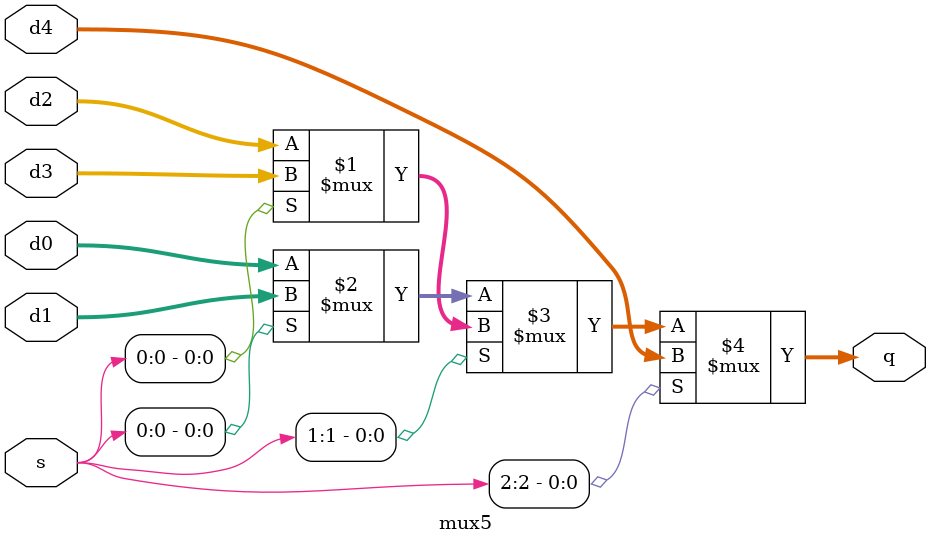
<source format=sv>
module mux5 #(
    parameter WIDTH = 8
) (
    input  logic [WIDTH-1:0] d0,
    input  logic [WIDTH-1:0] d1,
    input  logic [WIDTH-1:0] d2,
    input  logic [WIDTH-1:0] d3,
    input  logic [WIDTH-1:0] d4,
    input  logic [      2:0] s,
    output logic [WIDTH-1:0] q
);

  assign q = s[2] ? d4 : s[1] ? s[0] ? d3 : d2 : s[0] ? d1 : d0;

endmodule

</source>
